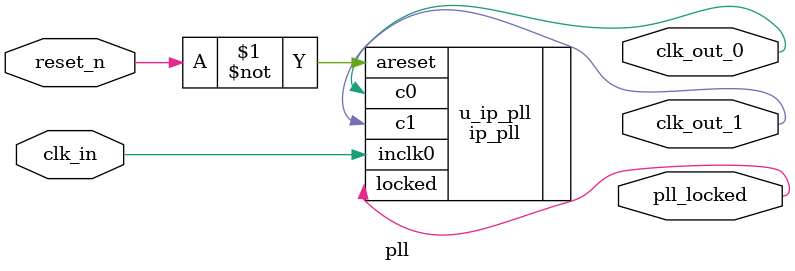
<source format=v>
`timescale 1ns/100ps

`define __QUARTUS__
`ifdef __QUARTUS__
    `define __IP_PLL__
`endif

module pll(
        input   wire    clk_in,
        input   wire    reset_n,
        output  wire    pll_locked,
        output  wire    clk_out_0,
        output  wire    clk_out_1
    );
    
    // clkin = 50MHz
    // clkout_0 = 100MHz
    // clkout_1 = 50MHz
    
    `ifndef __IP_PLL__
        wire clk_in_delay;
        wire locked_delay;
        
        assign #5 clk_in_delay = clk_in;
        assign #5 locked_delay = reset_n;   // #90
        assign pll_locked = locked_delay & reset_n;
        
        assign clk_out_0 = (clk_in ^ clk_in_delay) & pll_locked ;
        assign clk_out_1 = clk_in & pll_locked;
        
    `else
        ip_pll	u_ip_pll (
        .areset ( ~reset_n      ),
        .inclk0 ( clk_in        ),
        .c0     ( clk_out_0     ),
        .c1     ( clk_out_1     ),
        .locked ( pll_locked    )
        );
    `endif

endmodule 
</source>
